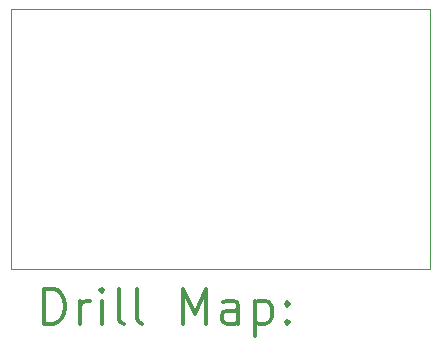
<source format=gbr>
%FSLAX45Y45*%
G04 Gerber Fmt 4.5, Leading zero omitted, Abs format (unit mm)*
G04 Created by KiCad (PCBNEW (5.0.1)-3) date 23/11/2018 05:00:51*
%MOMM*%
%LPD*%
G01*
G04 APERTURE LIST*
%ADD10C,0.100000*%
%ADD11C,0.200000*%
%ADD12C,0.300000*%
G04 APERTURE END LIST*
D10*
X3550000Y0D02*
X0Y0D01*
X3550000Y-2200000D02*
X3550000Y0D01*
X0Y-2200000D02*
X3550000Y-2200000D01*
X0Y0D02*
X0Y-2200000D01*
D11*
D12*
X281428Y-2670714D02*
X281428Y-2370714D01*
X352857Y-2370714D01*
X395714Y-2385000D01*
X424286Y-2413572D01*
X438571Y-2442143D01*
X452857Y-2499286D01*
X452857Y-2542143D01*
X438571Y-2599286D01*
X424286Y-2627857D01*
X395714Y-2656429D01*
X352857Y-2670714D01*
X281428Y-2670714D01*
X581428Y-2670714D02*
X581428Y-2470714D01*
X581428Y-2527857D02*
X595714Y-2499286D01*
X610000Y-2485000D01*
X638571Y-2470714D01*
X667143Y-2470714D01*
X767143Y-2670714D02*
X767143Y-2470714D01*
X767143Y-2370714D02*
X752857Y-2385000D01*
X767143Y-2399286D01*
X781428Y-2385000D01*
X767143Y-2370714D01*
X767143Y-2399286D01*
X952857Y-2670714D02*
X924286Y-2656429D01*
X910000Y-2627857D01*
X910000Y-2370714D01*
X1110000Y-2670714D02*
X1081428Y-2656429D01*
X1067143Y-2627857D01*
X1067143Y-2370714D01*
X1452857Y-2670714D02*
X1452857Y-2370714D01*
X1552857Y-2585000D01*
X1652857Y-2370714D01*
X1652857Y-2670714D01*
X1924286Y-2670714D02*
X1924286Y-2513572D01*
X1910000Y-2485000D01*
X1881428Y-2470714D01*
X1824286Y-2470714D01*
X1795714Y-2485000D01*
X1924286Y-2656429D02*
X1895714Y-2670714D01*
X1824286Y-2670714D01*
X1795714Y-2656429D01*
X1781428Y-2627857D01*
X1781428Y-2599286D01*
X1795714Y-2570714D01*
X1824286Y-2556429D01*
X1895714Y-2556429D01*
X1924286Y-2542143D01*
X2067143Y-2470714D02*
X2067143Y-2770714D01*
X2067143Y-2485000D02*
X2095714Y-2470714D01*
X2152857Y-2470714D01*
X2181428Y-2485000D01*
X2195714Y-2499286D01*
X2210000Y-2527857D01*
X2210000Y-2613572D01*
X2195714Y-2642143D01*
X2181428Y-2656429D01*
X2152857Y-2670714D01*
X2095714Y-2670714D01*
X2067143Y-2656429D01*
X2338571Y-2642143D02*
X2352857Y-2656429D01*
X2338571Y-2670714D01*
X2324286Y-2656429D01*
X2338571Y-2642143D01*
X2338571Y-2670714D01*
X2338571Y-2485000D02*
X2352857Y-2499286D01*
X2338571Y-2513572D01*
X2324286Y-2499286D01*
X2338571Y-2485000D01*
X2338571Y-2513572D01*
M02*

</source>
